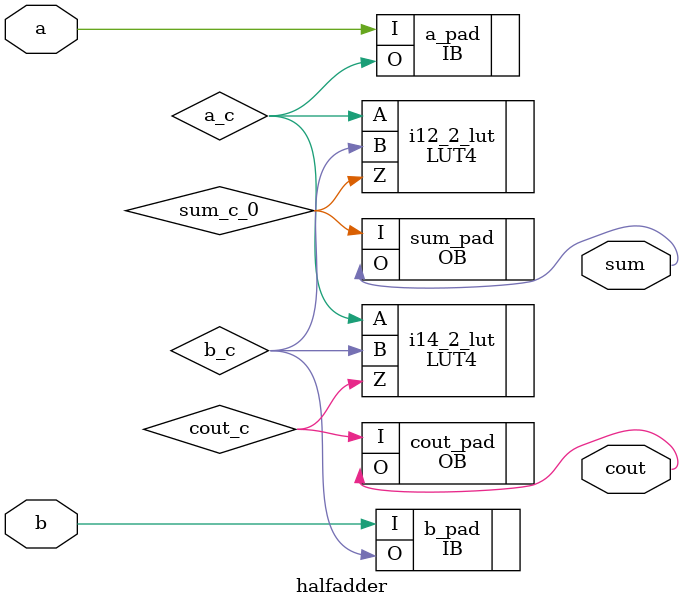
<source format=v>

module halfadder (a, b, sum, cout) /* synthesis syn_module_defined=1 */ ;   // e:/fpgaproject/stepmxo2/swust/halfadder/halfadder.v(13[8:17])
    input a;   // e:/fpgaproject/stepmxo2/swust/halfadder/halfadder.v(15[7:8])
    input b;   // e:/fpgaproject/stepmxo2/swust/halfadder/halfadder.v(16[7:8])
    output sum;   // e:/fpgaproject/stepmxo2/swust/halfadder/halfadder.v(17[8:11])
    output cout;   // e:/fpgaproject/stepmxo2/swust/halfadder/halfadder.v(18[8:12])
    
    
    wire a_c, b_c, sum_c_0, cout_c, GND_net, VCC_net;
    
    OB sum_pad (.I(sum_c_0), .O(sum));   // e:/fpgaproject/stepmxo2/swust/halfadder/halfadder.v(17[8:11])
    VLO i34 (.Z(GND_net));
    PUR PUR_INST (.PUR(VCC_net));
    defparam PUR_INST.RST_PULSE = 1;
    TSALL TSALL_INST (.TSALL(GND_net));
    GSR GSR_INST (.GSR(VCC_net));
    IB b_pad (.I(b), .O(b_c));   // e:/fpgaproject/stepmxo2/swust/halfadder/halfadder.v(16[7:8])
    IB a_pad (.I(a), .O(a_c));   // e:/fpgaproject/stepmxo2/swust/halfadder/halfadder.v(15[7:8])
    OB cout_pad (.I(cout_c), .O(cout));   // e:/fpgaproject/stepmxo2/swust/halfadder/halfadder.v(18[8:12])
    LUT4 i12_2_lut (.A(a_c), .B(b_c), .Z(sum_c_0)) /* synthesis lut_function=(!(A (B)+!A !(B))) */ ;
    defparam i12_2_lut.init = 16'h6666;
    LUT4 i14_2_lut (.A(a_c), .B(b_c), .Z(cout_c)) /* synthesis lut_function=(A (B)) */ ;
    defparam i14_2_lut.init = 16'h8888;
    VHI i35 (.Z(VCC_net));
    
endmodule
//
// Verilog Description of module PUR
// module not written out since it is a black-box. 
//

//
// Verilog Description of module TSALL
// module not written out since it is a black-box. 
//


</source>
